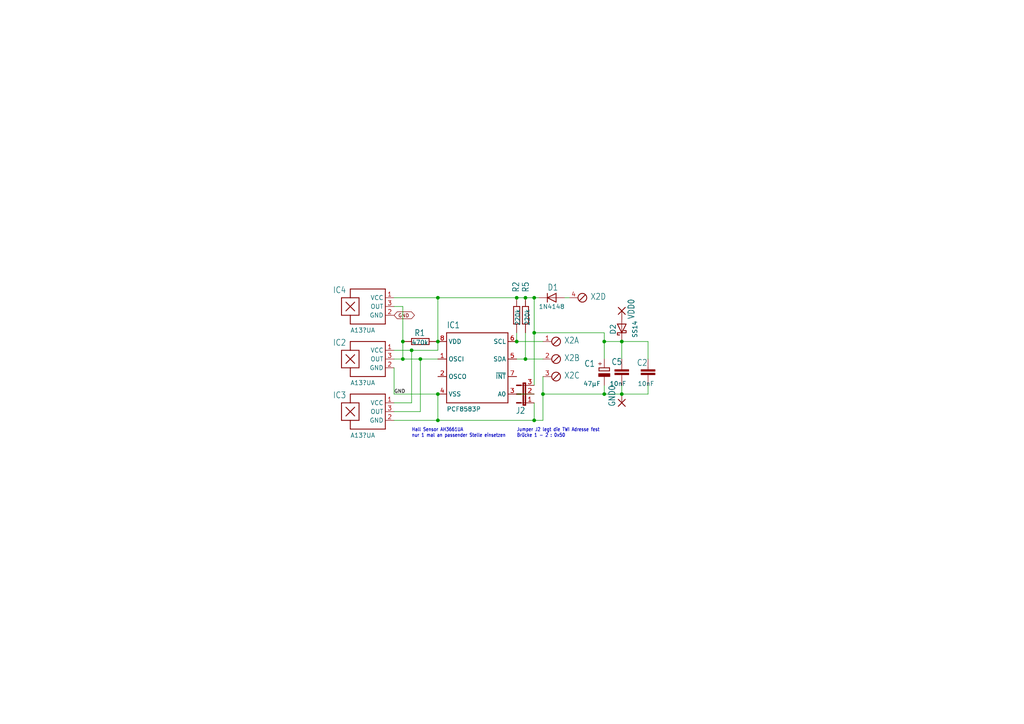
<source format=kicad_sch>
(kicad_sch (version 20231120) (generator "eeschema") (generator_version "8.0")
  (paper "A4")
  (lib_symbols
    (symbol "Diode:1N4148" (pin_numbers hide) (pin_names hide)
      (property "Reference" "D" (at 0 2.54 0))
      (property "Value" "1N4148" (at 0 -2.54 0))
      (symbol "1N4148_0_1"
        (polyline (pts (xy -1.27 1.27) (xy -1.27 -1.27)) (stroke (width 0.254)))
        (polyline (pts (xy 1.27 0) (xy -1.27 0)))
        (polyline (pts (xy 1.27 1.27) (xy 1.27 -1.27) (xy -1.27 0) (xy 1.27 1.27)) (stroke (width 0.254)))
      )
      (symbol "1N4148_1_1"
        (pin passive line (at -3.81 0 0) (length 2.54) (name "K") (number "1"))
        (pin passive line (at 3.81 0 180) (length 2.54) (name "A") (number "2"))
      )
    )
    (symbol "Diode:SS14" (pin_numbers hide) (pin_names (offset 1.016) hide)
      (property "Reference" "D" (at 0 2.54 0))
      (property "Value" "SS14" (at 0 -2.54 0))
      (symbol "SS14_0_1"
        (polyline (pts (xy 1.27 0) (xy -1.27 0)))
        (polyline (pts (xy 1.27 1.27) (xy 1.27 -1.27) (xy -1.27 0) (xy 1.27 1.27)) (stroke (width 0.254)))
        (polyline (pts (xy -1.905 0.635) (xy -1.905 1.27) (xy -1.27 1.27) (xy -1.27 -1.27) (xy -0.635 -1.27) (xy -0.635 -0.635)) (stroke (width 0.254)))
      )
      (symbol "SS14_1_1"
        (pin passive line (at -3.81 0 0) (length 2.54) (name "K") (number "1"))
        (pin passive line (at 3.81 0 180) (length 2.54) (name "A") (number "2"))
      )
    )
    (symbol "PCF8583 1v3-eagle-import:2,54/1,0"
      (property "Reference" "PAD" (at -1.143 1.8542 0))
      (symbol "2,54/1,0_1_0"
        (polyline (pts (xy -1.016 -1.016) (xy 1.016 1.016)) (stroke (width 0.254)))
        (polyline (pts (xy -1.016 1.016) (xy 1.016 -1.016)) (stroke (width 0.254)))
        (pin passive line (at 2.54 0 180) (length 2.54) (name "P") (number "1"))
      )
    )
    (symbol "PCF8583 1v3-eagle-import:A13?UA"
      (property "Reference" "IC" (at -5.08 6.35 0))
      (symbol "A13?UA_1_0"
        (polyline (pts (xy -7.62 -2.54) (xy -7.62 2.54)) (stroke (width 0.254)))
        (polyline (pts (xy -7.62 2.54) (xy -5.08 2.54)) (stroke (width 0.254)))
        (polyline (pts (xy -6.35 1.27) (xy -3.81 -1.27)) (stroke (width 0.254)))
        (polyline (pts (xy -5.08 -2.54) (xy -7.62 -2.54)) (stroke (width 0.254)))
        (polyline (pts (xy -5.08 -2.54) (xy -5.08 -5.08)) (stroke (width 0.254)))
        (polyline (pts (xy -5.08 2.54) (xy -5.08 5.08)) (stroke (width 0.254)))
        (polyline (pts (xy -5.08 2.54) (xy -2.54 2.54)) (stroke (width 0.254)))
        (polyline (pts (xy -5.08 5.08) (xy 5.08 5.08)) (stroke (width 0.254)))
        (polyline (pts (xy -3.81 1.27) (xy -6.35 -1.27)) (stroke (width 0.254)))
        (polyline (pts (xy -2.54 -2.54) (xy -5.08 -2.54)) (stroke (width 0.254)))
        (polyline (pts (xy -2.54 2.54) (xy -2.54 -2.54)) (stroke (width 0.254)))
        (polyline (pts (xy 5.08 -5.08) (xy -5.08 -5.08)) (stroke (width 0.254)))
        (polyline (pts (xy 5.08 5.08) (xy 5.08 -5.08)) (stroke (width 0.254)))
        (pin power_in line (at 7.62 2.54 180) (length 2.54) (name "VCC") (number "1"))
        (pin power_in line (at 7.62 -2.54 180) (length 2.54) (name "GND") (number "2"))
        (pin output line (at 7.62 0 180) (length 2.54) (name "OUT") (number "3"))
      )
    )
    (symbol "PCF8583 1v3-eagle-import:C-EU025-024X044"
      (property "Reference" "C" (at 1.524 0.381 0))
      (symbol "C-EU025-024X044_1_0"
        (rectangle (start -2.032 -2.032) (end 2.032 -1.524) (fill (type outline)))
        (rectangle (start -2.032 -1.016) (end 2.032 -0.508) (fill (type outline)))
        (polyline (pts (xy 0 -2.54) (xy 0 -2.032)) (stroke (width 0.1524)))
        (polyline (pts (xy 0 0) (xy 0 -0.508)) (stroke (width 0.1524)))
        (pin passive line (at 0 2.54 270) (length 2.54) (name "1") (number "1"))
        (pin passive line (at 0 -5.08 90) (length 2.54) (name "2") (number "2"))
      )
    )
    (symbol "PCF8583 1v3-eagle-import:CPOL-EUE2.5-5"
      (property "Reference" "C" (at 1.143 0.4826 0))
      (symbol "CPOL-EUE2.5-5_1_0"
        (rectangle (start -1.651 -2.54) (end 1.651 -1.651) (fill (type outline)))
        (polyline (pts (xy -1.524 -0.889) (xy 1.524 -0.889)) (stroke (width 0.254)))
        (polyline (pts (xy -1.524 0) (xy -1.524 -0.889)) (stroke (width 0.254)))
        (polyline (pts (xy -1.524 0) (xy 1.524 0)) (stroke (width 0.254)))
        (polyline (pts (xy 1.524 -0.889) (xy 1.524 0)) (stroke (width 0.254)))
        (text "+" (at -0.5842 0.4064 900) (effects (font (size 1.27 1.0795)) (justify left bottom)))
        (pin passive line (at 0 2.54 270) (length 2.54) (name "+") (number "+"))
        (pin passive line (at 0 -5.08 90) (length 2.54) (name "-") (number "-"))
      )
    )
    (symbol "PCF8583 1v3-eagle-import:JP2E"
      (property "Reference" "JP" (at -3.81 0 90))
      (symbol "JP2E_1_0"
        (polyline (pts (xy -3.175 0) (xy 3.175 0)) (stroke (width 0.4064)))
        (polyline (pts (xy -3.175 0.635) (xy -3.175 0)) (stroke (width 0.4064)))
        (polyline (pts (xy -2.54 0) (xy -2.54 1.27)) (stroke (width 0.1524)))
        (polyline (pts (xy -2.54 2.54) (xy -2.54 1.27)) (stroke (width 0.4064)))
        (polyline (pts (xy 0 0) (xy 0 1.27)) (stroke (width 0.1524)))
        (polyline (pts (xy 0 2.54) (xy 0 1.27)) (stroke (width 0.4064)))
        (polyline (pts (xy 2.54 0) (xy 2.54 1.27)) (stroke (width 0.1524)))
        (polyline (pts (xy 2.54 2.54) (xy 2.54 1.27)) (stroke (width 0.4064)))
        (polyline (pts (xy 3.175 0) (xy 3.175 0.635)) (stroke (width 0.4064)))
        (polyline (pts (xy 3.175 0.635) (xy -3.175 0.635)) (stroke (width 0.4064)))
        (pin passive line (at -2.54 -2.54 90) (length 2.54) (name "1") (number "1"))
        (pin passive line (at 0 -2.54 90) (length 2.54) (name "2") (number "2"))
        (pin passive line (at 2.54 -2.54 90) (length 2.54) (name "3") (number "3"))
      )
    )
    (symbol "PCF8583 1v3-eagle-import:MPT4"
      (property "Reference" "X" (at 3.556 -0.635 0))
      (symbol "MPT4_1_0"
        (polyline (pts (xy 2.032 0.762) (xy 0.508 -0.762)) (stroke (width 0.254)))
        (circle (center 1.27 0) (radius 1.27) (stroke (width 0.254)))
        (pin passive line (at -2.54 0 0) (length 2.54) (name "1") (number "1"))
      )
      (symbol "MPT4_2_0"
        (polyline (pts (xy 2.032 0.762) (xy 0.508 -0.762)) (stroke (width 0.254)))
        (circle (center 1.27 0) (radius 1.27) (stroke (width 0.254)))
        (pin passive line (at -2.54 0 0) (length 2.54) (name "1") (number "2"))
      )
      (symbol "MPT4_3_0"
        (polyline (pts (xy 2.032 0.762) (xy 0.508 -0.762)) (stroke (width 0.254)))
        (circle (center 1.27 0) (radius 1.27) (stroke (width 0.254)))
        (pin passive line (at -2.54 0 0) (length 2.54) (name "1") (number "3"))
      )
      (symbol "MPT4_4_0"
        (polyline (pts (xy 2.032 0.762) (xy 0.508 -0.762)) (stroke (width 0.254)))
        (circle (center 1.27 0) (radius 1.27) (stroke (width 0.254)))
        (pin passive line (at -2.54 0 0) (length 2.54) (name "1") (number "4"))
      )
    )
    (symbol "PCF8583 1v3-eagle-import:PCF8583P"
      (property "Reference" "IC" (at -7.62 11.43 0))
      (symbol "PCF8583P_1_0"
        (polyline (pts (xy -7.62 -10.16) (xy -7.62 10.16)) (stroke (width 0.254)))
        (polyline (pts (xy -7.62 10.16) (xy 10.16 10.16)) (stroke (width 0.254)))
        (polyline (pts (xy 10.16 -10.16) (xy -7.62 -10.16)) (stroke (width 0.254)))
        (polyline (pts (xy 10.16 10.16) (xy 10.16 -10.16)) (stroke (width 0.254)))
        (pin input line (at -10.16 2.54 0) (length 2.54) (name "OSCI") (number "1"))
        (pin output line (at -10.16 -2.54 0) (length 2.54) (name "OSCO") (number "2"))
        (pin input line (at 12.7 -7.62 180) (length 2.54) (name "A0") (number "3"))
        (pin power_in line (at -10.16 -7.62 0) (length 2.54) (name "VSS") (number "4"))
        (pin bidirectional line (at 12.7 2.54 180) (length 2.54) (name "SDA") (number "5"))
        (pin input line (at 12.7 7.62 180) (length 2.54) (name "SCL") (number "6"))
        (pin open_collector line (at 12.7 -2.54 180) (length 2.54) (name "~{INT}") (number "7"))
        (pin power_in line (at -10.16 7.62 0) (length 2.54) (name "VDD") (number "8"))
      )
    )
    (symbol "PCF8583 1v3-eagle-import:R-EU_0204/7"
      (property "Reference" "R" (at -3.81 1.4986 0))
      (symbol "R-EU_0204/7_1_0"
        (polyline (pts (xy -2.54 -0.889) (xy -2.54 0.889)) (stroke (width 0.254)))
        (polyline (pts (xy -2.54 -0.889) (xy 2.54 -0.889)) (stroke (width 0.254)))
        (polyline (pts (xy 2.54 -0.889) (xy 2.54 0.889)) (stroke (width 0.254)))
        (polyline (pts (xy 2.54 0.889) (xy -2.54 0.889)) (stroke (width 0.254)))
        (pin passive line (at -5.08 0 0) (length 2.54) (name "1") (number "1"))
        (pin passive line (at 5.08 0 180) (length 2.54) (name "2") (number "2"))
      )
    )
  )
  (junction (at 154.94 121.92))
  (junction (at 149.86 99.06))
  (junction (at 116.84 99.06))
  (junction (at 152.4 86.36))
  (junction (at 154.94 96.52))
  (junction (at 149.86 86.36))
  (junction (at 127 99.06))
  (junction (at 157.48 114.3))
  (junction (at 175.26 114.3))
  (junction (at 116.84 104.14))
  (junction (at 119.38 101.6))
  (junction (at 180.34 99.06))
  (junction (at 121.92 104.14))
  (junction (at 127 114.3))
  (junction (at 127 121.92))
  (junction (at 152.4 104.14))
  (junction (at 154.94 86.36))
  (junction (at 127 86.36))
  (junction (at 175.26 99.06))
  (junction (at 180.34 114.3))
  (wire (pts (xy 114.3 88.9) (xy 116.84 88.9)) (stroke (width 0.1524)))
  (wire (pts (xy 116.84 88.9) (xy 116.84 99.06)) (stroke (width 0.1524)))
  (wire (pts (xy 114.3 116.84) (xy 119.38 116.84)) (stroke (width 0.1524)))
  (wire (pts (xy 175.26 96.52) (xy 154.94 96.52)) (stroke (width 0.1524)))
  (wire (pts (xy 121.92 119.38) (xy 121.92 104.14)) (stroke (width 0.1524)))
  (wire (pts (xy 180.34 99.06) (xy 180.34 104.14)) (stroke (width 0.1524)))
  (wire (pts (xy 157.48 121.92) (xy 157.48 114.3)) (stroke (width 0.1524)))
  (wire (pts (xy 127 104.14) (xy 121.92 104.14)) (stroke (width 0.1524)))
  (wire (pts (xy 152.4 104.14) (xy 152.4 96.52)) (stroke (width 0.1524)))
  (wire (pts (xy 114.3 114.3) (xy 127 114.3)) (stroke (width 0.1524)))
  (wire (pts (xy 127 101.6) (xy 127 99.06)) (stroke (width 0.1524)))
  (wire (pts (xy 114.3 121.92) (xy 127 121.92)) (stroke (width 0.1524)))
  (wire (pts (xy 154.94 111.76) (xy 154.94 96.52)) (stroke (width 0.1524)))
  (wire (pts (xy 154.94 86.36) (xy 156.21 86.36)))
  (wire (pts (xy 114.3 101.6) (xy 119.38 101.6)) (stroke (width 0.1524)))
  (wire (pts (xy 149.86 86.36) (xy 152.4 86.36)) (stroke (width 0.1524)))
  (wire (pts (xy 180.34 90.17) (xy 180.34 91.44)))
  (wire (pts (xy 175.26 114.3) (xy 157.48 114.3)) (stroke (width 0.1524)))
  (wire (pts (xy 114.3 114.3) (xy 114.3 106.68)) (stroke (width 0.1524)))
  (wire (pts (xy 154.94 96.52) (xy 154.94 86.36)) (stroke (width 0.1524)))
  (wire (pts (xy 152.4 86.36) (xy 154.94 86.36)) (stroke (width 0.1524)))
  (wire (pts (xy 175.26 111.76) (xy 175.26 114.3)) (stroke (width 0.1524)))
  (wire (pts (xy 187.96 99.06) (xy 187.96 104.14)) (stroke (width 0.1524)))
  (wire (pts (xy 180.34 114.3) (xy 180.34 111.76)) (stroke (width 0.1524)))
  (wire (pts (xy 116.84 99.06) (xy 116.84 104.14)) (stroke (width 0.1524)))
  (wire (pts (xy 187.96 111.76) (xy 187.96 114.3)) (stroke (width 0.1524)))
  (wire (pts (xy 149.86 99.06) (xy 157.48 99.06)) (stroke (width 0.1524)))
  (wire (pts (xy 121.92 104.14) (xy 116.84 104.14)) (stroke (width 0.1524)))
  (wire (pts (xy 149.86 104.14) (xy 152.4 104.14)) (stroke (width 0.1524)))
  (wire (pts (xy 175.26 99.06) (xy 175.26 96.52)) (stroke (width 0.1524)))
  (wire (pts (xy 154.94 116.84) (xy 154.94 121.92)) (stroke (width 0.1524)))
  (wire (pts (xy 163.83 86.36) (xy 165.1 86.36)))
  (wire (pts (xy 175.26 114.3) (xy 180.34 114.3)) (stroke (width 0.1524)))
  (wire (pts (xy 180.34 99.06) (xy 187.96 99.06)) (stroke (width 0.1524)))
  (wire (pts (xy 116.84 104.14) (xy 114.3 104.14)) (stroke (width 0.1524)))
  (wire (pts (xy 114.3 119.38) (xy 121.92 119.38)) (stroke (width 0.1524)))
  (wire (pts (xy 187.96 114.3) (xy 180.34 114.3)) (stroke (width 0.1524)))
  (wire (pts (xy 154.94 114.3) (xy 149.86 114.3)) (stroke (width 0.1524)))
  (wire (pts (xy 157.48 109.22) (xy 157.48 114.3)) (stroke (width 0.1524)))
  (wire (pts (xy 149.86 96.52) (xy 149.86 99.06)) (stroke (width 0.1524)))
  (wire (pts (xy 127 99.06) (xy 127 86.36)) (stroke (width 0.1524)))
  (wire (pts (xy 175.26 99.06) (xy 175.26 104.14)) (stroke (width 0.1524)))
  (wire (pts (xy 114.3 86.36) (xy 127 86.36)) (stroke (width 0.1524)))
  (wire (pts (xy 127 121.92) (xy 154.94 121.92)) (stroke (width 0.1524)))
  (wire (pts (xy 119.38 116.84) (xy 119.38 101.6)) (stroke (width 0.1524)))
  (wire (pts (xy 127 86.36) (xy 149.86 86.36)) (stroke (width 0.1524)))
  (wire (pts (xy 157.48 104.14) (xy 152.4 104.14)) (stroke (width 0.1524)))
  (wire (pts (xy 127 114.3) (xy 127 121.92)) (stroke (width 0.1524)))
  (wire (pts (xy 119.38 101.6) (xy 127 101.6)) (stroke (width 0.1524)))
  (wire (pts (xy 154.94 121.92) (xy 157.48 121.92)) (stroke (width 0.1524)))
  (wire (pts (xy 175.26 99.06) (xy 180.34 99.06)) (stroke (width 0.1524)))
  (text "Hall Sensor AH3661UA\nnur 1 mal an passender Stelle einsetzen" (at 119.38 127 0) (effects (font (size 1.016 0.8636)) (justify left bottom)))
  (text "Jumper J2 legt die TWI Adresse fest\nBrücke 1 - 2 : 0x50" (at 149.86 127 0) (effects (font (size 1.016 0.8636)) (justify left bottom)))
  (label "GND" (at 114.3 114.3 0) (effects (font (size 1.016 1.016))))
  (global_label "GND" (shape bidirectional) (at 114.3 91.44 0) (effects (font (size 1.016 1.016))) (property "Intersheetrefs" "${INTERSHEET_REFS}" (effects (hide yes))))
  (symbol (lib_id "PCF8583 1v3-eagle-import:A13?UA") (at 106.68 119.38 0) (unit 1)
    (property "Reference" "IC3" (at 96.52 115.57 0) (effects (font (size 1.778 1.5113)) (justify left bottom)))
    (property "Value" "A13?UA" (at 101.6 127 0) (effects (justify left bottom)))
    (property "Footprint" "PCF8583 1v3:SIP3-UA" (effects (hide yes)))
  )
  (symbol (lib_id "PCF8583 1v3-eagle-import:CPOL-EUE2.5-5") (at 175.26 106.68 0) (unit 1)
    (property "Reference" "C1" (at 169.418 106.426 0) (effects (font (size 1.778 1.5113)) (justify left bottom)))
    (property "Value" "47µF" (at 169.164 112.014 0) (effects (justify left bottom)))
    (property "Footprint" "PCF8583 1v3:E2,5-5" (effects (hide yes)))
  )
  (symbol (lib_id "PCF8583 1v3-eagle-import:2,54/1,0") (at 180.34 116.84 90) (unit 1)
    (property "Reference" "GND0" (at 178.4858 117.983 0) (effects (font (size 1.778 1.5113)) (justify left bottom)))
    (property "Value" "2,54/1,0" (effects (hide yes)))
    (property "Footprint" "PCF8583 1v3:2,54_1,0" (effects (hide yes)))
  )
  (symbol (lib_id "PCF8583 1v3-eagle-import:PCF8583P") (at 137.16 106.68 0) (unit 1)
    (property "Reference" "IC1" (at 129.54 95.25 0) (effects (font (size 1.778 1.5113)) (justify left bottom)))
    (property "Value" "PCF8583P" (at 129.54 119.38 0) (effects (justify left bottom)))
    (property "Footprint" "PCF8583 1v3:DIL08" (effects (hide yes)))
  )
  (symbol (lib_id "PCF8583 1v3-eagle-import:2,54/1,0") (at 180.34 90.17 270) (unit 1)
    (property "Reference" "VDD0" (at 182.118 86.614 0) (effects (font (size 1.778 1.5113)) (justify left bottom)))
    (property "Value" "2,54/1,0" (effects (hide yes)))
    (property "Footprint" "PCF8583 1v3:2,54_1,0" (effects (hide yes)))
  )
  (symbol (lib_id "PCF8583 1v3-eagle-import:C-EU025-024X044") (at 180.34 106.68 0) (unit 1)
    (property "Reference" "C5" (at 177.292 105.918 0) (effects (font (size 1.778 1.5113)) (justify left bottom)))
    (property "Value" "10nF" (at 176.784 112.014 0) (effects (justify left bottom)))
    (property "Footprint" "PCF8583 1v3:C025-024X044" (effects (hide yes)))
  )
  (symbol (lib_id "PCF8583 1v3-eagle-import:A13?UA") (at 106.68 104.14 0) (unit 1)
    (property "Reference" "IC2" (at 96.52 100.33 0) (effects (font (size 1.778 1.5113)) (justify left bottom)))
    (property "Value" "A13?UA" (at 101.6 111.76 0) (effects (justify left bottom)))
    (property "Footprint" "PCF8583 1v3:SIP3-UA" (effects (hide yes)))
  )
  (symbol (lib_id "PCF8583 1v3-eagle-import:MPT4") (at 167.64 86.36 0) (unit 4)
    (property "Reference" "X2" (at 171.196 86.995 0) (effects (font (size 1.778 1.5113)) (justify left bottom)))
    (property "Value" "MPT4" (effects (hide yes)))
    (property "Footprint" "PCF8583 1v3:4POL254" (effects (hide yes)))
  )
  (symbol (lib_id "Diode:1N4148") (at 160.02 86.36 0) (unit 1)
    (property "Reference" "D1" (at 158.75 84.328 0) (effects (font (size 1.778 1.5113)) (justify left bottom)))
    (property "Value" "1N4148" (at 156.21 89.662 0) (effects (justify left bottom)))
    (property "Footprint" "Diode_THT:D_DO-35_SOD27_P7.62mm_Horizontal" (effects (hide yes)))
    (property "Datasheet" "https://assets.nexperia.com/documents/data-sheet/1N4148_1N4448.pdf" (effects (hide yes)))
    (property "Description" "100V 0.15A standard switching diode, DO-35" (effects (hide yes)))
    (property "Sim.Device" "D" (effects (hide yes)))
    (property "Sim.Pins" "1=K 2=A" (effects (hide yes)))
  )
  (symbol (lib_id "PCF8583 1v3-eagle-import:R-EU_0204/7") (at 121.92 99.06 0) (unit 1)
    (property "Reference" "R1" (at 120.142 97.536 0) (effects (font (size 1.778 1.5113)) (justify left bottom)))
    (property "Value" "470k" (at 119.38 100.076 0) (effects (justify left bottom)))
    (property "Footprint" "PCF8583 1v3:0204_7" (effects (hide yes)))
  )
  (symbol (lib_id "PCF8583 1v3-eagle-import:R-EU_0204/7") (at 149.86 91.44 90) (unit 1)
    (property "Reference" "R2" (at 150.622 84.836 0) (effects (font (size 1.778 1.5113)) (justify left bottom)))
    (property "Value" "220k" (at 150.876 94.488 0) (effects (justify left bottom)))
    (property "Footprint" "PCF8583 1v3:0204_7" (effects (hide yes)))
  )
  (symbol (lib_id "Diode:SS14") (at 180.34 95.25 90) (unit 1)
    (property "Reference" "D2" (at 177.8 95.504 0) (effects (font (size 1.5113 1.5113))))
    (property "Value" "SS14" (at 184.15 95.504 0))
    (property "Footprint" "Diode_SMD:D_SMA" (effects (hide yes)))
    (property "Datasheet" "https://www.vishay.com/docs/88746/ss12.pdf" (effects (hide yes)))
    (property "Description" "40V 1A Schottky Diode, SMA" (effects (hide yes)))
  )
  (symbol (lib_id "PCF8583 1v3-eagle-import:MPT4") (at 160.02 109.22 0) (unit 3)
    (property "Reference" "X2" (at 163.576 109.855 0) (effects (font (size 1.778 1.5113)) (justify left bottom)))
    (property "Value" "MPT4" (effects (hide yes)))
    (property "Footprint" "PCF8583 1v3:4POL254" (effects (hide yes)))
  )
  (symbol (lib_id "PCF8583 1v3-eagle-import:MPT4") (at 160.02 104.14 0) (unit 2)
    (property "Reference" "X2" (at 163.576 104.775 0) (effects (font (size 1.778 1.5113)) (justify left bottom)))
    (property "Value" "MPT4" (effects (hide yes)))
    (property "Footprint" "PCF8583 1v3:4POL254" (effects (hide yes)))
  )
  (symbol (lib_id "PCF8583 1v3-eagle-import:A13?UA") (at 106.68 88.9 0) (unit 1)
    (property "Reference" "IC4" (at 96.52 85.09 0) (effects (font (size 1.778 1.5113)) (justify left bottom)))
    (property "Value" "A13?UA" (at 101.6 96.52 0) (effects (justify left bottom)))
    (property "Footprint" "PCF8583 1v3:SIP3-UA" (effects (hide yes)))
  )
  (symbol (lib_id "PCF8583 1v3-eagle-import:C-EU025-024X044") (at 187.96 106.68 0) (unit 1)
    (property "Reference" "C2" (at 184.658 106.172 0) (effects (font (size 1.778 1.5113)) (justify left bottom)))
    (property "Value" "10nF" (at 184.912 112.014 0) (effects (justify left bottom)))
    (property "Footprint" "PCF8583 1v3:C025-024X044" (effects (hide yes)))
  )
  (symbol (lib_id "PCF8583 1v3-eagle-import:MPT4") (at 160.02 99.06 0) (unit 1)
    (property "Reference" "X2" (at 163.576 99.695 0) (effects (font (size 1.778 1.5113)) (justify left bottom)))
    (property "Value" "MPT4" (effects (hide yes)))
    (property "Footprint" "PCF8583 1v3:4POL254" (effects (hide yes)))
  )
  (symbol (lib_id "PCF8583 1v3-eagle-import:R-EU_0204/7") (at 152.4 91.44 90) (unit 1)
    (property "Reference" "R5" (at 153.416 84.836 0) (effects (font (size 1.778 1.5113)) (justify left bottom)))
    (property "Value" "220k" (at 153.67 94.488 0) (effects (justify left bottom)))
    (property "Footprint" "PCF8583 1v3:0204_7" (effects (hide yes)))
  )
  (symbol (lib_id "PCF8583 1v3-eagle-import:JP2E") (at 152.4 114.3 90) (unit 1)
    (property "Reference" "J2" (at 152.4 118.11 90) (effects (font (size 1.778 1.5113)) (justify left bottom)))
    (property "Value" "JP2E" (effects (hide yes)))
    (property "Footprint" "PCF8583 1v3:JP2" (effects (hide yes)))
  )
)
</source>
